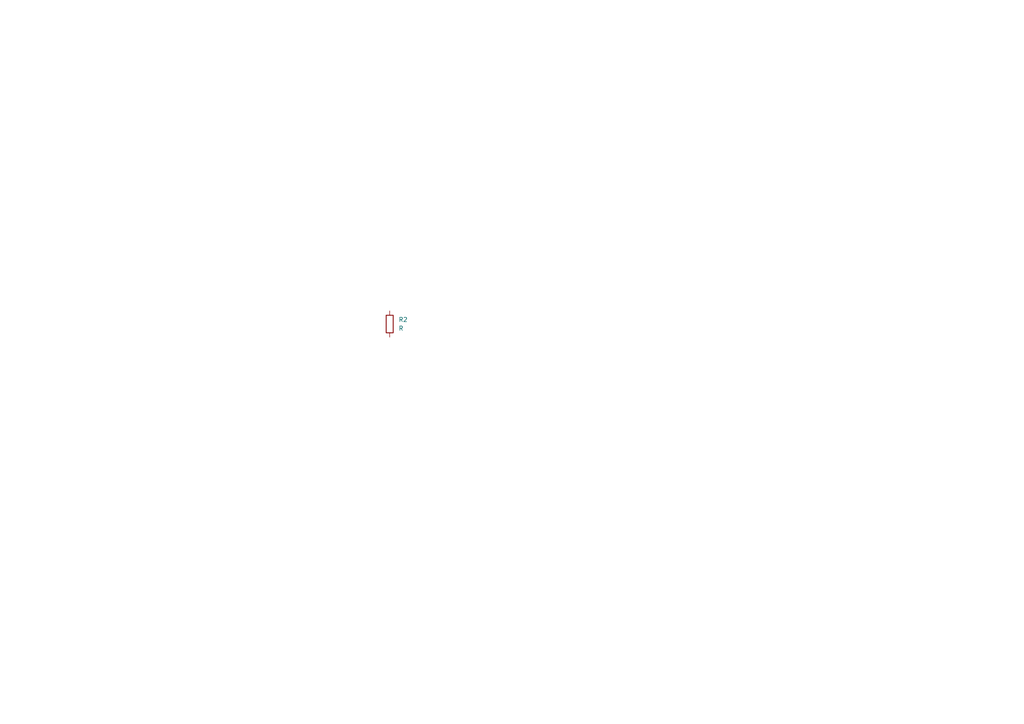
<source format=kicad_sch>
(kicad_sch (version 20211123) (generator eeschema)
  (paper "A4")
  (lib_symbols
    (symbol "Device:R" (pin_numbers hide) (pin_names (offset 0))
      (property "Reference" "R" (at 2.032 0 90))
      (property "Value" "R" (at 0 0 90))
      (symbol "R_0_1"
        (rectangle (start -1.016 -2.54) (end 1.016 2.54) (stroke (width 0.254)))
      )
      (symbol "R_1_1"
        (pin passive line (at 0 3.81 270) (length 1.27) (name "~") (number "1"))
        (pin passive line (at 0 -3.81 90) (length 1.27) (name "~") (number "2"))
      )
    )
  )
  (symbol (lib_id "Device:R") (at 113.03 93.98 0) (unit 1)
    (property "Reference" "R2" (at 115.57 92.7099 0) (effects (justify left)))
    (property "Value" "R" (at 115.57 95.2499 0) (effects (justify left)))
  )
)
</source>
